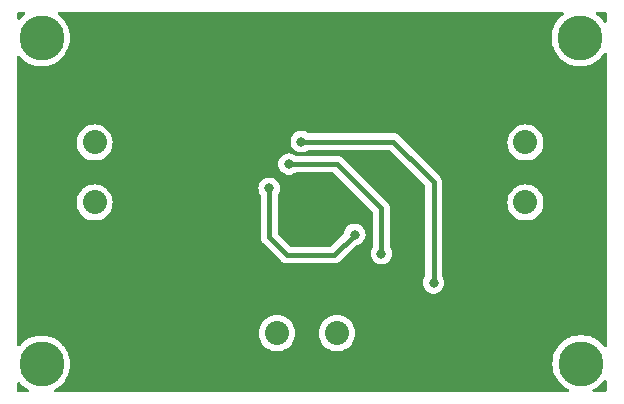
<source format=gbr>
%TF.GenerationSoftware,KiCad,Pcbnew,(6.0.10)*%
%TF.CreationDate,2023-02-03T17:51:54+05:30*%
%TF.ProjectId,protectionCkt,70726f74-6563-4746-996f-6e436b742e6b,rev?*%
%TF.SameCoordinates,Original*%
%TF.FileFunction,Copper,L2,Bot*%
%TF.FilePolarity,Positive*%
%FSLAX46Y46*%
G04 Gerber Fmt 4.6, Leading zero omitted, Abs format (unit mm)*
G04 Created by KiCad (PCBNEW (6.0.10)) date 2023-02-03 17:51:54*
%MOMM*%
%LPD*%
G01*
G04 APERTURE LIST*
%TA.AperFunction,ComponentPad*%
%ADD10C,3.800000*%
%TD*%
%TA.AperFunction,ComponentPad*%
%ADD11C,2.032000*%
%TD*%
%TA.AperFunction,ViaPad*%
%ADD12C,0.800000*%
%TD*%
%TA.AperFunction,Conductor*%
%ADD13C,0.400000*%
%TD*%
G04 APERTURE END LIST*
D10*
%TO.P,REF\u002A\u002A,1*%
%TO.N,N/C*%
X114300000Y-76200000D03*
%TD*%
D11*
%TO.P,U1,1,1*%
%TO.N,VCC*%
X118795800Y-85064600D03*
%TO.P,U1,2,2*%
%TO.N,GND*%
X118795800Y-90144600D03*
%TD*%
%TO.P,U2,1,1*%
%TO.N,Net-(U2-Pad1)*%
X134239000Y-101219000D03*
%TO.P,U2,2,2*%
%TO.N,Net-(U4-Pad1)*%
X139319000Y-101219000D03*
%TD*%
D10*
%TO.P,REF\u002A\u002A,1*%
%TO.N,N/C*%
X159969200Y-103784400D03*
%TD*%
D11*
%TO.P,U5,1,1*%
%TO.N,Net-(C1-Pad2)*%
X155270200Y-85064600D03*
%TO.P,U5,2,2*%
%TO.N,GND*%
X155270200Y-90144600D03*
%TD*%
D10*
%TO.P,REF\u002A\u002A,1*%
%TO.N,N/C*%
X114300000Y-103835200D03*
%TD*%
%TO.P,REF\u002A\u002A,1*%
%TO.N,N/C*%
X159893000Y-76200000D03*
%TD*%
D12*
%TO.N,Net-(U2-Pad1)*%
X143078200Y-94488000D03*
X135255000Y-86893400D03*
%TO.N,Net-(U4-Pad1)*%
X147497800Y-96951800D03*
X136296400Y-84988400D03*
%TO.N,Net-(U3-Pad3)*%
X133578600Y-88950800D03*
X140817600Y-92862400D03*
%TD*%
D13*
%TO.N,Net-(U2-Pad1)*%
X139293600Y-86893400D02*
X143027400Y-90627200D01*
X143078200Y-90678000D02*
X143078200Y-94488000D01*
X143027400Y-90627200D02*
X143078200Y-90678000D01*
X135255000Y-86893400D02*
X139293600Y-86893400D01*
%TO.N,Net-(U4-Pad1)*%
X147497800Y-88417400D02*
X147497800Y-96951800D01*
X144068800Y-84988400D02*
X146812000Y-87731600D01*
X136296400Y-84988400D02*
X144068800Y-84988400D01*
X146812000Y-87731600D02*
X147497800Y-88417400D01*
%TO.N,Net-(U3-Pad3)*%
X135077200Y-94589600D02*
X133578600Y-93091000D01*
X133578600Y-93091000D02*
X133578600Y-88950800D01*
X140817600Y-92862400D02*
X139090400Y-94589600D01*
X139090400Y-94589600D02*
X135077200Y-94589600D01*
%TD*%
%TA.AperFunction,NonConductor*%
G36*
X112888629Y-74036102D02*
G01*
X112935122Y-74089758D01*
X112945226Y-74160032D01*
X112915732Y-74224612D01*
X112894569Y-74244036D01*
X112761729Y-74340550D01*
X112540808Y-74548008D01*
X112538284Y-74551059D01*
X112466185Y-74638212D01*
X112407351Y-74677951D01*
X112336373Y-74679573D01*
X112275786Y-74642564D01*
X112244825Y-74578673D01*
X112243100Y-74557897D01*
X112243100Y-74142100D01*
X112263102Y-74073979D01*
X112316758Y-74027486D01*
X112369100Y-74016100D01*
X112820508Y-74016100D01*
X112888629Y-74036102D01*
G37*
%TD.AperFunction*%
%TA.AperFunction,NonConductor*%
G36*
X162095221Y-74036102D02*
G01*
X162141714Y-74089758D01*
X162153100Y-74142100D01*
X162153100Y-74832730D01*
X162133098Y-74900851D01*
X162079442Y-74947344D01*
X162009168Y-74957448D01*
X161944588Y-74927954D01*
X161920715Y-74900244D01*
X161847492Y-74784864D01*
X161845370Y-74781520D01*
X161652192Y-74548008D01*
X161431271Y-74340550D01*
X161298431Y-74244036D01*
X161255077Y-74187814D01*
X161249002Y-74117078D01*
X161282133Y-74054286D01*
X161343953Y-74019374D01*
X161372492Y-74016100D01*
X162027100Y-74016100D01*
X162095221Y-74036102D01*
G37*
%TD.AperFunction*%
%TA.AperFunction,NonConductor*%
G36*
X162114912Y-105181211D02*
G01*
X162149825Y-105243030D01*
X162153100Y-105271571D01*
X162153100Y-106070900D01*
X162133098Y-106139021D01*
X162079442Y-106185514D01*
X162027100Y-106196900D01*
X161071059Y-106196900D01*
X161002938Y-106176898D01*
X160956445Y-106123242D01*
X160946341Y-106052968D01*
X160975835Y-105988388D01*
X161010358Y-105960486D01*
X161258818Y-105823893D01*
X161258821Y-105823891D01*
X161262290Y-105821984D01*
X161507471Y-105643850D01*
X161728392Y-105436392D01*
X161921570Y-105202880D01*
X161923696Y-105199529D01*
X161925162Y-105197512D01*
X161981384Y-105154157D01*
X162052120Y-105148080D01*
X162114912Y-105181211D01*
G37*
%TD.AperFunction*%
%TA.AperFunction,NonConductor*%
G36*
X158481629Y-74036102D02*
G01*
X158528122Y-74089758D01*
X158538226Y-74160032D01*
X158508732Y-74224612D01*
X158487569Y-74244036D01*
X158354729Y-74340550D01*
X158133808Y-74548008D01*
X157940630Y-74781520D01*
X157778242Y-75037402D01*
X157649206Y-75311619D01*
X157555555Y-75599846D01*
X157498767Y-75897538D01*
X157479738Y-76200000D01*
X157498767Y-76502462D01*
X157555555Y-76800154D01*
X157649206Y-77088381D01*
X157778242Y-77362598D01*
X157940630Y-77618480D01*
X158133808Y-77851992D01*
X158354729Y-78059450D01*
X158599910Y-78237584D01*
X158865483Y-78383585D01*
X158869152Y-78385038D01*
X158869157Y-78385040D01*
X159143591Y-78493696D01*
X159147261Y-78495149D01*
X159440800Y-78570516D01*
X159741470Y-78608500D01*
X160044530Y-78608500D01*
X160345200Y-78570516D01*
X160638739Y-78495149D01*
X160642409Y-78493696D01*
X160916843Y-78385040D01*
X160916848Y-78385038D01*
X160920517Y-78383585D01*
X161186090Y-78237584D01*
X161431271Y-78059450D01*
X161652192Y-77851992D01*
X161845370Y-77618480D01*
X161920715Y-77499756D01*
X161974104Y-77452957D01*
X162044319Y-77442452D01*
X162109067Y-77471576D01*
X162147791Y-77531082D01*
X162153100Y-77567270D01*
X162153100Y-102297229D01*
X162133098Y-102365350D01*
X162079442Y-102411843D01*
X162009168Y-102421947D01*
X161944588Y-102392453D01*
X161925162Y-102371288D01*
X161923692Y-102369264D01*
X161921570Y-102365920D01*
X161728392Y-102132408D01*
X161507471Y-101924950D01*
X161497179Y-101917472D01*
X161332210Y-101797616D01*
X161262290Y-101746816D01*
X161089122Y-101651615D01*
X161000186Y-101602722D01*
X161000185Y-101602721D01*
X160996717Y-101600815D01*
X160993048Y-101599362D01*
X160993043Y-101599360D01*
X160718609Y-101490704D01*
X160718608Y-101490704D01*
X160714939Y-101489251D01*
X160421400Y-101413884D01*
X160120730Y-101375900D01*
X159817670Y-101375900D01*
X159517000Y-101413884D01*
X159223461Y-101489251D01*
X159219792Y-101490704D01*
X159219791Y-101490704D01*
X158945357Y-101599360D01*
X158945352Y-101599362D01*
X158941683Y-101600815D01*
X158938215Y-101602721D01*
X158938214Y-101602722D01*
X158849279Y-101651615D01*
X158676110Y-101746816D01*
X158606190Y-101797616D01*
X158441222Y-101917472D01*
X158430929Y-101924950D01*
X158210008Y-102132408D01*
X158016830Y-102365920D01*
X157854442Y-102621802D01*
X157725406Y-102896019D01*
X157631755Y-103184246D01*
X157574967Y-103481938D01*
X157555938Y-103784400D01*
X157574967Y-104086862D01*
X157631755Y-104384554D01*
X157725406Y-104672781D01*
X157727093Y-104676367D01*
X157727095Y-104676371D01*
X157751000Y-104727171D01*
X157854442Y-104946998D01*
X158016830Y-105202880D01*
X158210008Y-105436392D01*
X158430929Y-105643850D01*
X158676110Y-105821984D01*
X158679579Y-105823891D01*
X158679582Y-105823893D01*
X158928042Y-105960486D01*
X158978101Y-106010831D01*
X158992994Y-106080248D01*
X158967993Y-106146697D01*
X158911036Y-106189081D01*
X158867341Y-106196900D01*
X115494263Y-106196900D01*
X115426142Y-106176898D01*
X115379649Y-106123242D01*
X115369545Y-106052968D01*
X115399039Y-105988388D01*
X115433562Y-105960486D01*
X115589618Y-105874693D01*
X115589621Y-105874691D01*
X115593090Y-105872784D01*
X115838271Y-105694650D01*
X116059192Y-105487192D01*
X116193930Y-105324321D01*
X116249848Y-105256729D01*
X116249851Y-105256725D01*
X116252370Y-105253680D01*
X116414758Y-104997798D01*
X116543794Y-104723581D01*
X116637445Y-104435354D01*
X116694233Y-104137662D01*
X116713262Y-103835200D01*
X116694233Y-103532738D01*
X116637445Y-103235046D01*
X116543794Y-102946819D01*
X116519890Y-102896019D01*
X116450338Y-102748214D01*
X116414758Y-102672602D01*
X116252370Y-102416720D01*
X116248336Y-102411843D01*
X116153518Y-102297229D01*
X116059192Y-102183208D01*
X115838271Y-101975750D01*
X115593090Y-101797616D01*
X115497214Y-101744907D01*
X115330986Y-101653522D01*
X115330985Y-101653521D01*
X115327517Y-101651615D01*
X115323848Y-101650162D01*
X115323843Y-101650160D01*
X115049409Y-101541504D01*
X115049408Y-101541504D01*
X115045739Y-101540051D01*
X114752200Y-101464684D01*
X114451530Y-101426700D01*
X114148470Y-101426700D01*
X113847800Y-101464684D01*
X113554261Y-101540051D01*
X113550592Y-101541504D01*
X113550591Y-101541504D01*
X113276157Y-101650160D01*
X113276152Y-101650162D01*
X113272483Y-101651615D01*
X113269015Y-101653521D01*
X113269014Y-101653522D01*
X113102787Y-101744907D01*
X113006910Y-101797616D01*
X112761729Y-101975750D01*
X112540808Y-102183208D01*
X112538284Y-102186259D01*
X112466185Y-102273412D01*
X112407351Y-102313151D01*
X112336373Y-102314773D01*
X112275786Y-102277764D01*
X112244825Y-102213873D01*
X112243100Y-102193097D01*
X112243100Y-101219000D01*
X132709786Y-101219000D01*
X132728613Y-101458222D01*
X132729767Y-101463029D01*
X132729768Y-101463035D01*
X132736062Y-101489251D01*
X132784631Y-101691553D01*
X132786524Y-101696124D01*
X132786525Y-101696126D01*
X132807522Y-101746816D01*
X132876460Y-101913249D01*
X133001840Y-102117849D01*
X133157682Y-102300318D01*
X133161444Y-102303531D01*
X133230915Y-102362864D01*
X133340151Y-102456160D01*
X133544751Y-102581540D01*
X133549321Y-102583433D01*
X133549323Y-102583434D01*
X133761874Y-102671475D01*
X133766447Y-102673369D01*
X133848037Y-102692957D01*
X133994965Y-102728232D01*
X133994971Y-102728233D01*
X133999778Y-102729387D01*
X134239000Y-102748214D01*
X134478222Y-102729387D01*
X134483029Y-102728233D01*
X134483035Y-102728232D01*
X134629963Y-102692957D01*
X134711553Y-102673369D01*
X134716126Y-102671475D01*
X134928677Y-102583434D01*
X134928679Y-102583433D01*
X134933249Y-102581540D01*
X135137849Y-102456160D01*
X135247086Y-102362864D01*
X135316556Y-102303531D01*
X135320318Y-102300318D01*
X135476160Y-102117849D01*
X135601540Y-101913249D01*
X135670479Y-101746816D01*
X135691475Y-101696126D01*
X135691476Y-101696124D01*
X135693369Y-101691553D01*
X135741938Y-101489251D01*
X135748232Y-101463035D01*
X135748233Y-101463029D01*
X135749387Y-101458222D01*
X135768214Y-101219000D01*
X137789786Y-101219000D01*
X137808613Y-101458222D01*
X137809767Y-101463029D01*
X137809768Y-101463035D01*
X137816062Y-101489251D01*
X137864631Y-101691553D01*
X137866524Y-101696124D01*
X137866525Y-101696126D01*
X137887522Y-101746816D01*
X137956460Y-101913249D01*
X138081840Y-102117849D01*
X138237682Y-102300318D01*
X138241444Y-102303531D01*
X138310915Y-102362864D01*
X138420151Y-102456160D01*
X138624751Y-102581540D01*
X138629321Y-102583433D01*
X138629323Y-102583434D01*
X138841874Y-102671475D01*
X138846447Y-102673369D01*
X138928037Y-102692957D01*
X139074965Y-102728232D01*
X139074971Y-102728233D01*
X139079778Y-102729387D01*
X139319000Y-102748214D01*
X139558222Y-102729387D01*
X139563029Y-102728233D01*
X139563035Y-102728232D01*
X139709963Y-102692957D01*
X139791553Y-102673369D01*
X139796126Y-102671475D01*
X140008677Y-102583434D01*
X140008679Y-102583433D01*
X140013249Y-102581540D01*
X140217849Y-102456160D01*
X140327086Y-102362864D01*
X140396556Y-102303531D01*
X140400318Y-102300318D01*
X140556160Y-102117849D01*
X140681540Y-101913249D01*
X140750479Y-101746816D01*
X140771475Y-101696126D01*
X140771476Y-101696124D01*
X140773369Y-101691553D01*
X140821938Y-101489251D01*
X140828232Y-101463035D01*
X140828233Y-101463029D01*
X140829387Y-101458222D01*
X140848214Y-101219000D01*
X140829387Y-100979778D01*
X140828233Y-100974971D01*
X140828232Y-100974965D01*
X140774524Y-100751259D01*
X140773369Y-100746447D01*
X140681540Y-100524751D01*
X140556160Y-100320151D01*
X140400318Y-100137682D01*
X140217849Y-99981840D01*
X140013249Y-99856460D01*
X140008679Y-99854567D01*
X140008677Y-99854566D01*
X139796126Y-99766525D01*
X139796124Y-99766524D01*
X139791553Y-99764631D01*
X139709963Y-99745043D01*
X139563035Y-99709768D01*
X139563029Y-99709767D01*
X139558222Y-99708613D01*
X139319000Y-99689786D01*
X139079778Y-99708613D01*
X139074971Y-99709767D01*
X139074965Y-99709768D01*
X138928037Y-99745043D01*
X138846447Y-99764631D01*
X138841876Y-99766524D01*
X138841874Y-99766525D01*
X138629323Y-99854566D01*
X138629321Y-99854567D01*
X138624751Y-99856460D01*
X138420151Y-99981840D01*
X138237682Y-100137682D01*
X138081840Y-100320151D01*
X137956460Y-100524751D01*
X137864631Y-100746447D01*
X137863476Y-100751259D01*
X137809768Y-100974965D01*
X137809767Y-100974971D01*
X137808613Y-100979778D01*
X137789786Y-101219000D01*
X135768214Y-101219000D01*
X135749387Y-100979778D01*
X135748233Y-100974971D01*
X135748232Y-100974965D01*
X135694524Y-100751259D01*
X135693369Y-100746447D01*
X135601540Y-100524751D01*
X135476160Y-100320151D01*
X135320318Y-100137682D01*
X135137849Y-99981840D01*
X134933249Y-99856460D01*
X134928679Y-99854567D01*
X134928677Y-99854566D01*
X134716126Y-99766525D01*
X134716124Y-99766524D01*
X134711553Y-99764631D01*
X134629963Y-99745043D01*
X134483035Y-99709768D01*
X134483029Y-99709767D01*
X134478222Y-99708613D01*
X134239000Y-99689786D01*
X133999778Y-99708613D01*
X133994971Y-99709767D01*
X133994965Y-99709768D01*
X133848037Y-99745043D01*
X133766447Y-99764631D01*
X133761876Y-99766524D01*
X133761874Y-99766525D01*
X133549323Y-99854566D01*
X133549321Y-99854567D01*
X133544751Y-99856460D01*
X133340151Y-99981840D01*
X133157682Y-100137682D01*
X133001840Y-100320151D01*
X132876460Y-100524751D01*
X132784631Y-100746447D01*
X132783476Y-100751259D01*
X132729768Y-100974965D01*
X132729767Y-100974971D01*
X132728613Y-100979778D01*
X132709786Y-101219000D01*
X112243100Y-101219000D01*
X112243100Y-90144600D01*
X117266586Y-90144600D01*
X117285413Y-90383822D01*
X117286567Y-90388629D01*
X117286568Y-90388635D01*
X117310954Y-90490207D01*
X117341431Y-90617153D01*
X117433260Y-90838849D01*
X117558640Y-91043449D01*
X117714482Y-91225918D01*
X117896951Y-91381760D01*
X118101551Y-91507140D01*
X118106121Y-91509033D01*
X118106123Y-91509034D01*
X118318674Y-91597075D01*
X118323247Y-91598969D01*
X118404837Y-91618557D01*
X118551765Y-91653832D01*
X118551771Y-91653833D01*
X118556578Y-91654987D01*
X118795800Y-91673814D01*
X119035022Y-91654987D01*
X119039829Y-91653833D01*
X119039835Y-91653832D01*
X119186763Y-91618557D01*
X119268353Y-91598969D01*
X119272926Y-91597075D01*
X119485477Y-91509034D01*
X119485479Y-91509033D01*
X119490049Y-91507140D01*
X119694649Y-91381760D01*
X119877118Y-91225918D01*
X120032960Y-91043449D01*
X120158340Y-90838849D01*
X120250169Y-90617153D01*
X120280646Y-90490207D01*
X120305032Y-90388635D01*
X120305033Y-90388629D01*
X120306187Y-90383822D01*
X120325014Y-90144600D01*
X120306187Y-89905378D01*
X120305033Y-89900571D01*
X120305032Y-89900565D01*
X120251324Y-89676859D01*
X120250169Y-89672047D01*
X120158340Y-89450351D01*
X120032960Y-89245751D01*
X119948625Y-89147006D01*
X119880331Y-89067044D01*
X119877118Y-89063282D01*
X119753104Y-88957365D01*
X119745417Y-88950800D01*
X132665096Y-88950800D01*
X132665786Y-88957365D01*
X132677314Y-89067044D01*
X132685058Y-89140728D01*
X132744073Y-89322356D01*
X132839560Y-89487744D01*
X132843979Y-89492652D01*
X132846036Y-89495483D01*
X132869895Y-89562351D01*
X132870100Y-89569544D01*
X132870100Y-93062088D01*
X132869808Y-93070658D01*
X132865875Y-93128352D01*
X132867180Y-93135829D01*
X132867180Y-93135830D01*
X132876861Y-93191299D01*
X132877823Y-93197821D01*
X132885498Y-93261242D01*
X132888181Y-93268343D01*
X132888822Y-93270952D01*
X132893285Y-93287262D01*
X132894050Y-93289798D01*
X132895357Y-93297284D01*
X132898411Y-93304241D01*
X132921042Y-93355795D01*
X132923533Y-93361899D01*
X132946113Y-93421656D01*
X132950417Y-93427919D01*
X132951654Y-93430285D01*
X132959899Y-93445097D01*
X132961232Y-93447351D01*
X132964285Y-93454305D01*
X132968907Y-93460328D01*
X133003179Y-93504991D01*
X133007059Y-93510332D01*
X133038939Y-93556720D01*
X133038944Y-93556725D01*
X133043243Y-93562981D01*
X133048913Y-93568032D01*
X133048914Y-93568034D01*
X133089770Y-93604435D01*
X133095046Y-93609416D01*
X134555757Y-95070128D01*
X134561611Y-95076393D01*
X134599639Y-95119985D01*
X134651929Y-95156736D01*
X134657171Y-95160628D01*
X134707482Y-95200076D01*
X134714401Y-95203200D01*
X134716693Y-95204588D01*
X134731365Y-95212957D01*
X134733725Y-95214222D01*
X134739939Y-95218590D01*
X134747018Y-95221350D01*
X134747020Y-95221351D01*
X134799475Y-95241802D01*
X134805544Y-95244353D01*
X134863773Y-95270645D01*
X134871246Y-95272030D01*
X134873812Y-95272834D01*
X134890035Y-95277455D01*
X134892627Y-95278120D01*
X134899709Y-95280882D01*
X134907244Y-95281874D01*
X134963061Y-95289222D01*
X134969577Y-95290254D01*
X135007970Y-95297370D01*
X135032386Y-95301895D01*
X135039966Y-95301458D01*
X135039967Y-95301458D01*
X135094580Y-95298309D01*
X135101833Y-95298100D01*
X139061488Y-95298100D01*
X139070058Y-95298392D01*
X139120176Y-95301809D01*
X139120180Y-95301809D01*
X139127752Y-95302325D01*
X139135229Y-95301020D01*
X139135230Y-95301020D01*
X139161708Y-95296399D01*
X139190703Y-95291338D01*
X139197221Y-95290377D01*
X139260642Y-95282702D01*
X139267743Y-95280019D01*
X139270352Y-95279378D01*
X139286662Y-95274915D01*
X139289198Y-95274150D01*
X139296684Y-95272843D01*
X139355200Y-95247156D01*
X139361304Y-95244665D01*
X139413948Y-95224773D01*
X139413949Y-95224772D01*
X139421056Y-95222087D01*
X139427319Y-95217783D01*
X139429685Y-95216546D01*
X139444497Y-95208301D01*
X139446751Y-95206968D01*
X139453705Y-95203915D01*
X139504402Y-95165013D01*
X139509732Y-95161141D01*
X139556120Y-95129261D01*
X139556125Y-95129256D01*
X139562381Y-95124957D01*
X139603836Y-95078429D01*
X139608816Y-95073154D01*
X140884133Y-93797837D01*
X140947031Y-93763685D01*
X140963189Y-93760250D01*
X141099888Y-93731194D01*
X141105919Y-93728509D01*
X141268322Y-93656203D01*
X141268324Y-93656202D01*
X141274352Y-93653518D01*
X141428853Y-93541266D01*
X141515444Y-93445097D01*
X141552221Y-93404252D01*
X141552222Y-93404251D01*
X141556640Y-93399344D01*
X141630767Y-93270952D01*
X141648823Y-93239679D01*
X141648824Y-93239678D01*
X141652127Y-93233956D01*
X141711142Y-93052328D01*
X141731104Y-92862400D01*
X141711142Y-92672472D01*
X141652127Y-92490844D01*
X141556640Y-92325456D01*
X141428853Y-92183534D01*
X141274352Y-92071282D01*
X141268324Y-92068598D01*
X141268322Y-92068597D01*
X141105919Y-91996291D01*
X141105918Y-91996291D01*
X141099888Y-91993606D01*
X141006487Y-91973753D01*
X140919544Y-91955272D01*
X140919539Y-91955272D01*
X140913087Y-91953900D01*
X140722113Y-91953900D01*
X140715661Y-91955272D01*
X140715656Y-91955272D01*
X140628713Y-91973753D01*
X140535312Y-91993606D01*
X140529282Y-91996291D01*
X140529281Y-91996291D01*
X140366878Y-92068597D01*
X140366876Y-92068598D01*
X140360848Y-92071282D01*
X140206347Y-92183534D01*
X140078560Y-92325456D01*
X139983073Y-92490844D01*
X139924058Y-92672472D01*
X139923368Y-92679035D01*
X139923368Y-92679037D01*
X139919150Y-92719169D01*
X139892137Y-92784826D01*
X139882935Y-92795094D01*
X138833835Y-93844195D01*
X138771523Y-93878220D01*
X138744740Y-93881100D01*
X135422860Y-93881100D01*
X135354739Y-93861098D01*
X135333765Y-93844195D01*
X134324005Y-92834435D01*
X134289979Y-92772123D01*
X134287100Y-92745340D01*
X134287100Y-89569544D01*
X134307102Y-89501423D01*
X134311164Y-89495483D01*
X134313221Y-89492652D01*
X134317640Y-89487744D01*
X134413127Y-89322356D01*
X134472142Y-89140728D01*
X134479887Y-89067044D01*
X134491414Y-88957365D01*
X134492104Y-88950800D01*
X134472142Y-88760872D01*
X134413127Y-88579244D01*
X134317640Y-88413856D01*
X134230514Y-88317092D01*
X134194275Y-88276845D01*
X134194274Y-88276844D01*
X134189853Y-88271934D01*
X134035352Y-88159682D01*
X134029324Y-88156998D01*
X134029322Y-88156997D01*
X133866919Y-88084691D01*
X133866918Y-88084691D01*
X133860888Y-88082006D01*
X133767487Y-88062153D01*
X133680544Y-88043672D01*
X133680539Y-88043672D01*
X133674087Y-88042300D01*
X133483113Y-88042300D01*
X133476661Y-88043672D01*
X133476656Y-88043672D01*
X133389712Y-88062153D01*
X133296312Y-88082006D01*
X133290282Y-88084691D01*
X133290281Y-88084691D01*
X133127878Y-88156997D01*
X133127876Y-88156998D01*
X133121848Y-88159682D01*
X132967347Y-88271934D01*
X132962926Y-88276844D01*
X132962925Y-88276845D01*
X132926687Y-88317092D01*
X132839560Y-88413856D01*
X132744073Y-88579244D01*
X132685058Y-88760872D01*
X132665096Y-88950800D01*
X119745417Y-88950800D01*
X119698417Y-88910658D01*
X119698416Y-88910657D01*
X119694649Y-88907440D01*
X119490049Y-88782060D01*
X119485479Y-88780167D01*
X119485477Y-88780166D01*
X119272926Y-88692125D01*
X119272924Y-88692124D01*
X119268353Y-88690231D01*
X119186763Y-88670643D01*
X119039835Y-88635368D01*
X119039829Y-88635367D01*
X119035022Y-88634213D01*
X118795800Y-88615386D01*
X118556578Y-88634213D01*
X118551771Y-88635367D01*
X118551765Y-88635368D01*
X118404837Y-88670643D01*
X118323247Y-88690231D01*
X118318676Y-88692124D01*
X118318674Y-88692125D01*
X118106123Y-88780166D01*
X118106121Y-88780167D01*
X118101551Y-88782060D01*
X117896951Y-88907440D01*
X117893184Y-88910657D01*
X117893183Y-88910658D01*
X117838496Y-88957365D01*
X117714482Y-89063282D01*
X117711269Y-89067044D01*
X117642976Y-89147006D01*
X117558640Y-89245751D01*
X117433260Y-89450351D01*
X117341431Y-89672047D01*
X117340276Y-89676859D01*
X117286568Y-89900565D01*
X117286567Y-89900571D01*
X117285413Y-89905378D01*
X117266586Y-90144600D01*
X112243100Y-90144600D01*
X112243100Y-86893400D01*
X134341496Y-86893400D01*
X134361458Y-87083328D01*
X134420473Y-87264956D01*
X134515960Y-87430344D01*
X134643747Y-87572266D01*
X134798248Y-87684518D01*
X134804276Y-87687202D01*
X134804278Y-87687203D01*
X134966681Y-87759509D01*
X134972712Y-87762194D01*
X135066112Y-87782047D01*
X135153056Y-87800528D01*
X135153061Y-87800528D01*
X135159513Y-87801900D01*
X135350487Y-87801900D01*
X135356939Y-87800528D01*
X135356944Y-87800528D01*
X135443888Y-87782047D01*
X135537288Y-87762194D01*
X135543319Y-87759509D01*
X135705722Y-87687203D01*
X135705724Y-87687202D01*
X135711752Y-87684518D01*
X135792344Y-87625964D01*
X135859211Y-87602106D01*
X135866405Y-87601900D01*
X138947940Y-87601900D01*
X139016061Y-87621902D01*
X139037035Y-87638805D01*
X142332795Y-90934565D01*
X142366821Y-90996877D01*
X142369700Y-91023660D01*
X142369700Y-93869256D01*
X142349698Y-93937377D01*
X142345636Y-93943317D01*
X142343579Y-93946148D01*
X142339160Y-93951056D01*
X142243673Y-94116444D01*
X142184658Y-94298072D01*
X142164696Y-94488000D01*
X142184658Y-94677928D01*
X142243673Y-94859556D01*
X142339160Y-95024944D01*
X142343578Y-95029851D01*
X142343579Y-95029852D01*
X142461346Y-95160646D01*
X142466947Y-95166866D01*
X142538139Y-95218590D01*
X142573607Y-95244359D01*
X142621448Y-95279118D01*
X142627476Y-95281802D01*
X142627478Y-95281803D01*
X142789881Y-95354109D01*
X142795912Y-95356794D01*
X142889313Y-95376647D01*
X142976256Y-95395128D01*
X142976261Y-95395128D01*
X142982713Y-95396500D01*
X143173687Y-95396500D01*
X143180139Y-95395128D01*
X143180144Y-95395128D01*
X143267087Y-95376647D01*
X143360488Y-95356794D01*
X143366519Y-95354109D01*
X143528922Y-95281803D01*
X143528924Y-95281802D01*
X143534952Y-95279118D01*
X143582794Y-95244359D01*
X143618261Y-95218590D01*
X143689453Y-95166866D01*
X143695054Y-95160646D01*
X143812821Y-95029852D01*
X143812822Y-95029851D01*
X143817240Y-95024944D01*
X143912727Y-94859556D01*
X143971742Y-94677928D01*
X143991704Y-94488000D01*
X143971742Y-94298072D01*
X143912727Y-94116444D01*
X143817240Y-93951056D01*
X143812821Y-93946148D01*
X143810764Y-93943317D01*
X143786905Y-93876449D01*
X143786700Y-93869256D01*
X143786700Y-90706912D01*
X143786992Y-90698342D01*
X143790409Y-90648224D01*
X143790409Y-90648220D01*
X143790925Y-90640648D01*
X143779938Y-90577697D01*
X143778976Y-90571175D01*
X143772214Y-90515298D01*
X143771302Y-90507758D01*
X143768619Y-90500657D01*
X143767978Y-90498048D01*
X143763515Y-90481738D01*
X143762750Y-90479202D01*
X143761443Y-90471716D01*
X143735756Y-90413200D01*
X143733265Y-90407096D01*
X143713373Y-90354452D01*
X143713372Y-90354451D01*
X143710687Y-90347344D01*
X143706383Y-90341081D01*
X143705146Y-90338715D01*
X143696901Y-90323903D01*
X143695568Y-90321649D01*
X143692515Y-90314695D01*
X143653613Y-90263998D01*
X143649741Y-90258668D01*
X143617861Y-90212280D01*
X143617856Y-90212275D01*
X143613557Y-90206019D01*
X143567029Y-90164564D01*
X143561754Y-90159584D01*
X143561415Y-90159245D01*
X143561412Y-90159241D01*
X139815050Y-86412880D01*
X139809196Y-86406615D01*
X139808801Y-86406162D01*
X139771161Y-86363015D01*
X139718880Y-86326271D01*
X139713586Y-86322339D01*
X139669293Y-86287609D01*
X139663318Y-86282924D01*
X139656402Y-86279801D01*
X139654116Y-86278417D01*
X139639435Y-86270043D01*
X139637075Y-86268778D01*
X139630861Y-86264410D01*
X139623782Y-86261650D01*
X139623780Y-86261649D01*
X139571325Y-86241198D01*
X139565256Y-86238647D01*
X139507027Y-86212355D01*
X139499560Y-86210971D01*
X139497005Y-86210170D01*
X139480752Y-86205541D01*
X139478172Y-86204878D01*
X139471091Y-86202118D01*
X139463560Y-86201127D01*
X139463558Y-86201126D01*
X139433939Y-86197227D01*
X139407739Y-86193778D01*
X139401241Y-86192748D01*
X139338414Y-86181104D01*
X139330834Y-86181541D01*
X139330833Y-86181541D01*
X139276208Y-86184691D01*
X139268954Y-86184900D01*
X135866405Y-86184900D01*
X135798284Y-86164898D01*
X135792344Y-86160836D01*
X135717094Y-86106163D01*
X135717093Y-86106162D01*
X135711752Y-86102282D01*
X135705724Y-86099598D01*
X135705722Y-86099597D01*
X135543319Y-86027291D01*
X135543318Y-86027291D01*
X135537288Y-86024606D01*
X135443888Y-86004753D01*
X135356944Y-85986272D01*
X135356939Y-85986272D01*
X135350487Y-85984900D01*
X135159513Y-85984900D01*
X135153061Y-85986272D01*
X135153056Y-85986272D01*
X135066113Y-86004753D01*
X134972712Y-86024606D01*
X134966682Y-86027291D01*
X134966681Y-86027291D01*
X134804278Y-86099597D01*
X134804276Y-86099598D01*
X134798248Y-86102282D01*
X134643747Y-86214534D01*
X134639326Y-86219444D01*
X134639325Y-86219445D01*
X134586227Y-86278417D01*
X134515960Y-86356456D01*
X134420473Y-86521844D01*
X134361458Y-86703472D01*
X134341496Y-86893400D01*
X112243100Y-86893400D01*
X112243100Y-85064600D01*
X117266586Y-85064600D01*
X117285413Y-85303822D01*
X117286567Y-85308629D01*
X117286568Y-85308635D01*
X117321843Y-85455563D01*
X117341431Y-85537153D01*
X117343324Y-85541724D01*
X117343325Y-85541726D01*
X117417568Y-85720964D01*
X117433260Y-85758849D01*
X117558640Y-85963449D01*
X117561857Y-85967216D01*
X117561858Y-85967217D01*
X117609701Y-86023234D01*
X117714482Y-86145918D01*
X117718244Y-86149131D01*
X117869620Y-86278417D01*
X117896951Y-86301760D01*
X118101551Y-86427140D01*
X118106121Y-86429033D01*
X118106123Y-86429034D01*
X118316371Y-86516121D01*
X118323247Y-86518969D01*
X118404837Y-86538557D01*
X118551765Y-86573832D01*
X118551771Y-86573833D01*
X118556578Y-86574987D01*
X118795800Y-86593814D01*
X119035022Y-86574987D01*
X119039829Y-86573833D01*
X119039835Y-86573832D01*
X119186763Y-86538557D01*
X119268353Y-86518969D01*
X119275229Y-86516121D01*
X119485477Y-86429034D01*
X119485479Y-86429033D01*
X119490049Y-86427140D01*
X119694649Y-86301760D01*
X119721981Y-86278417D01*
X119873356Y-86149131D01*
X119877118Y-86145918D01*
X119981899Y-86023234D01*
X120029742Y-85967217D01*
X120029743Y-85967216D01*
X120032960Y-85963449D01*
X120158340Y-85758849D01*
X120174033Y-85720964D01*
X120248275Y-85541726D01*
X120248276Y-85541724D01*
X120250169Y-85537153D01*
X120269757Y-85455563D01*
X120305032Y-85308635D01*
X120305033Y-85308629D01*
X120306187Y-85303822D01*
X120325014Y-85064600D01*
X120319017Y-84988400D01*
X135382896Y-84988400D01*
X135402858Y-85178328D01*
X135461873Y-85359956D01*
X135557360Y-85525344D01*
X135685147Y-85667266D01*
X135839648Y-85779518D01*
X135845676Y-85782202D01*
X135845678Y-85782203D01*
X136008081Y-85854509D01*
X136014112Y-85857194D01*
X136107512Y-85877047D01*
X136194456Y-85895528D01*
X136194461Y-85895528D01*
X136200913Y-85896900D01*
X136391887Y-85896900D01*
X136398339Y-85895528D01*
X136398344Y-85895528D01*
X136485288Y-85877047D01*
X136578688Y-85857194D01*
X136584719Y-85854509D01*
X136747122Y-85782203D01*
X136747124Y-85782202D01*
X136753152Y-85779518D01*
X136833744Y-85720964D01*
X136900611Y-85697106D01*
X136907805Y-85696900D01*
X143723140Y-85696900D01*
X143791261Y-85716902D01*
X143812235Y-85733805D01*
X146752395Y-88673965D01*
X146786421Y-88736277D01*
X146789300Y-88763060D01*
X146789300Y-96333056D01*
X146769298Y-96401177D01*
X146765236Y-96407117D01*
X146763179Y-96409948D01*
X146758760Y-96414856D01*
X146663273Y-96580244D01*
X146604258Y-96761872D01*
X146584296Y-96951800D01*
X146604258Y-97141728D01*
X146663273Y-97323356D01*
X146758760Y-97488744D01*
X146886547Y-97630666D01*
X147041048Y-97742918D01*
X147047076Y-97745602D01*
X147047078Y-97745603D01*
X147209481Y-97817909D01*
X147215512Y-97820594D01*
X147308912Y-97840447D01*
X147395856Y-97858928D01*
X147395861Y-97858928D01*
X147402313Y-97860300D01*
X147593287Y-97860300D01*
X147599739Y-97858928D01*
X147599744Y-97858928D01*
X147686687Y-97840447D01*
X147780088Y-97820594D01*
X147786119Y-97817909D01*
X147948522Y-97745603D01*
X147948524Y-97745602D01*
X147954552Y-97742918D01*
X148109053Y-97630666D01*
X148236840Y-97488744D01*
X148332327Y-97323356D01*
X148391342Y-97141728D01*
X148411304Y-96951800D01*
X148391342Y-96761872D01*
X148332327Y-96580244D01*
X148236840Y-96414856D01*
X148232421Y-96409948D01*
X148230364Y-96407117D01*
X148206505Y-96340249D01*
X148206300Y-96333056D01*
X148206300Y-90144600D01*
X153740986Y-90144600D01*
X153759813Y-90383822D01*
X153760967Y-90388629D01*
X153760968Y-90388635D01*
X153785354Y-90490207D01*
X153815831Y-90617153D01*
X153907660Y-90838849D01*
X154033040Y-91043449D01*
X154188882Y-91225918D01*
X154371351Y-91381760D01*
X154575951Y-91507140D01*
X154580521Y-91509033D01*
X154580523Y-91509034D01*
X154793074Y-91597075D01*
X154797647Y-91598969D01*
X154879237Y-91618557D01*
X155026165Y-91653832D01*
X155026171Y-91653833D01*
X155030978Y-91654987D01*
X155270200Y-91673814D01*
X155509422Y-91654987D01*
X155514229Y-91653833D01*
X155514235Y-91653832D01*
X155661163Y-91618557D01*
X155742753Y-91598969D01*
X155747326Y-91597075D01*
X155959877Y-91509034D01*
X155959879Y-91509033D01*
X155964449Y-91507140D01*
X156169049Y-91381760D01*
X156351518Y-91225918D01*
X156507360Y-91043449D01*
X156632740Y-90838849D01*
X156724569Y-90617153D01*
X156755046Y-90490207D01*
X156779432Y-90388635D01*
X156779433Y-90388629D01*
X156780587Y-90383822D01*
X156799414Y-90144600D01*
X156780587Y-89905378D01*
X156779433Y-89900571D01*
X156779432Y-89900565D01*
X156725724Y-89676859D01*
X156724569Y-89672047D01*
X156632740Y-89450351D01*
X156507360Y-89245751D01*
X156423025Y-89147006D01*
X156354731Y-89067044D01*
X156351518Y-89063282D01*
X156227504Y-88957365D01*
X156172817Y-88910658D01*
X156172816Y-88910657D01*
X156169049Y-88907440D01*
X155964449Y-88782060D01*
X155959879Y-88780167D01*
X155959877Y-88780166D01*
X155747326Y-88692125D01*
X155747324Y-88692124D01*
X155742753Y-88690231D01*
X155661163Y-88670643D01*
X155514235Y-88635368D01*
X155514229Y-88635367D01*
X155509422Y-88634213D01*
X155270200Y-88615386D01*
X155030978Y-88634213D01*
X155026171Y-88635367D01*
X155026165Y-88635368D01*
X154879237Y-88670643D01*
X154797647Y-88690231D01*
X154793076Y-88692124D01*
X154793074Y-88692125D01*
X154580523Y-88780166D01*
X154580521Y-88780167D01*
X154575951Y-88782060D01*
X154371351Y-88907440D01*
X154367584Y-88910657D01*
X154367583Y-88910658D01*
X154312896Y-88957365D01*
X154188882Y-89063282D01*
X154185669Y-89067044D01*
X154117376Y-89147006D01*
X154033040Y-89245751D01*
X153907660Y-89450351D01*
X153815831Y-89672047D01*
X153814676Y-89676859D01*
X153760968Y-89900565D01*
X153760967Y-89900571D01*
X153759813Y-89905378D01*
X153740986Y-90144600D01*
X148206300Y-90144600D01*
X148206300Y-88446327D01*
X148206592Y-88437758D01*
X148210010Y-88387625D01*
X148210010Y-88387621D01*
X148210526Y-88380048D01*
X148199536Y-88317081D01*
X148198575Y-88310565D01*
X148190902Y-88247158D01*
X148188219Y-88240057D01*
X148187578Y-88237448D01*
X148183113Y-88221128D01*
X148182348Y-88218595D01*
X148181043Y-88211117D01*
X148155352Y-88152590D01*
X148152867Y-88146502D01*
X148132972Y-88093849D01*
X148132971Y-88093847D01*
X148130287Y-88086744D01*
X148125986Y-88080485D01*
X148124749Y-88078120D01*
X148116527Y-88063348D01*
X148115172Y-88061056D01*
X148112116Y-88054095D01*
X148107491Y-88048068D01*
X148107489Y-88048064D01*
X148073207Y-88003387D01*
X148069329Y-87998050D01*
X148037459Y-87951678D01*
X148037458Y-87951677D01*
X148033157Y-87945419D01*
X147986647Y-87903980D01*
X147981371Y-87899000D01*
X147346015Y-87263645D01*
X147346012Y-87263641D01*
X145146970Y-85064600D01*
X153740986Y-85064600D01*
X153759813Y-85303822D01*
X153760967Y-85308629D01*
X153760968Y-85308635D01*
X153796243Y-85455563D01*
X153815831Y-85537153D01*
X153817724Y-85541724D01*
X153817725Y-85541726D01*
X153891968Y-85720964D01*
X153907660Y-85758849D01*
X154033040Y-85963449D01*
X154036257Y-85967216D01*
X154036258Y-85967217D01*
X154084101Y-86023234D01*
X154188882Y-86145918D01*
X154192644Y-86149131D01*
X154344020Y-86278417D01*
X154371351Y-86301760D01*
X154575951Y-86427140D01*
X154580521Y-86429033D01*
X154580523Y-86429034D01*
X154790771Y-86516121D01*
X154797647Y-86518969D01*
X154879237Y-86538557D01*
X155026165Y-86573832D01*
X155026171Y-86573833D01*
X155030978Y-86574987D01*
X155270200Y-86593814D01*
X155509422Y-86574987D01*
X155514229Y-86573833D01*
X155514235Y-86573832D01*
X155661163Y-86538557D01*
X155742753Y-86518969D01*
X155749629Y-86516121D01*
X155959877Y-86429034D01*
X155959879Y-86429033D01*
X155964449Y-86427140D01*
X156169049Y-86301760D01*
X156196381Y-86278417D01*
X156347756Y-86149131D01*
X156351518Y-86145918D01*
X156456299Y-86023234D01*
X156504142Y-85967217D01*
X156504143Y-85967216D01*
X156507360Y-85963449D01*
X156632740Y-85758849D01*
X156648433Y-85720964D01*
X156722675Y-85541726D01*
X156722676Y-85541724D01*
X156724569Y-85537153D01*
X156744157Y-85455563D01*
X156779432Y-85308635D01*
X156779433Y-85308629D01*
X156780587Y-85303822D01*
X156799414Y-85064600D01*
X156780587Y-84825378D01*
X156779433Y-84820571D01*
X156779432Y-84820565D01*
X156725724Y-84596859D01*
X156724569Y-84592047D01*
X156689703Y-84507873D01*
X156634634Y-84374923D01*
X156634633Y-84374921D01*
X156632740Y-84370351D01*
X156507360Y-84165751D01*
X156351518Y-83983282D01*
X156169049Y-83827440D01*
X155964449Y-83702060D01*
X155959879Y-83700167D01*
X155959877Y-83700166D01*
X155747326Y-83612125D01*
X155747324Y-83612124D01*
X155742753Y-83610231D01*
X155661163Y-83590643D01*
X155514235Y-83555368D01*
X155514229Y-83555367D01*
X155509422Y-83554213D01*
X155270200Y-83535386D01*
X155030978Y-83554213D01*
X155026171Y-83555367D01*
X155026165Y-83555368D01*
X154879237Y-83590643D01*
X154797647Y-83610231D01*
X154793076Y-83612124D01*
X154793074Y-83612125D01*
X154580523Y-83700166D01*
X154580521Y-83700167D01*
X154575951Y-83702060D01*
X154371351Y-83827440D01*
X154188882Y-83983282D01*
X154033040Y-84165751D01*
X153907660Y-84370351D01*
X153905767Y-84374921D01*
X153905766Y-84374923D01*
X153850697Y-84507873D01*
X153815831Y-84592047D01*
X153814676Y-84596859D01*
X153760968Y-84820565D01*
X153760967Y-84820571D01*
X153759813Y-84825378D01*
X153740986Y-85064600D01*
X145146970Y-85064600D01*
X144590228Y-84507858D01*
X144584388Y-84501606D01*
X144551356Y-84463740D01*
X144551353Y-84463737D01*
X144546361Y-84458015D01*
X144494080Y-84421271D01*
X144488786Y-84417339D01*
X144444493Y-84382609D01*
X144438518Y-84377924D01*
X144431602Y-84374801D01*
X144429316Y-84373417D01*
X144414635Y-84365043D01*
X144412275Y-84363778D01*
X144406061Y-84359410D01*
X144398982Y-84356650D01*
X144398980Y-84356649D01*
X144346525Y-84336198D01*
X144340456Y-84333647D01*
X144282227Y-84307355D01*
X144274760Y-84305971D01*
X144272205Y-84305170D01*
X144255952Y-84300541D01*
X144253372Y-84299878D01*
X144246291Y-84297118D01*
X144238760Y-84296127D01*
X144238758Y-84296126D01*
X144209139Y-84292227D01*
X144182939Y-84288778D01*
X144176441Y-84287748D01*
X144113614Y-84276104D01*
X144106034Y-84276541D01*
X144106033Y-84276541D01*
X144051408Y-84279691D01*
X144044154Y-84279900D01*
X136907805Y-84279900D01*
X136839684Y-84259898D01*
X136833744Y-84255836D01*
X136758494Y-84201163D01*
X136758493Y-84201162D01*
X136753152Y-84197282D01*
X136747124Y-84194598D01*
X136747122Y-84194597D01*
X136584719Y-84122291D01*
X136584718Y-84122291D01*
X136578688Y-84119606D01*
X136485288Y-84099753D01*
X136398344Y-84081272D01*
X136398339Y-84081272D01*
X136391887Y-84079900D01*
X136200913Y-84079900D01*
X136194461Y-84081272D01*
X136194456Y-84081272D01*
X136107512Y-84099753D01*
X136014112Y-84119606D01*
X136008082Y-84122291D01*
X136008081Y-84122291D01*
X135845678Y-84194597D01*
X135845676Y-84194598D01*
X135839648Y-84197282D01*
X135685147Y-84309534D01*
X135680726Y-84314444D01*
X135680725Y-84314445D01*
X135626271Y-84374923D01*
X135557360Y-84451456D01*
X135554059Y-84457174D01*
X135476190Y-84592047D01*
X135461873Y-84616844D01*
X135402858Y-84798472D01*
X135402168Y-84805033D01*
X135402168Y-84805035D01*
X135383586Y-84981835D01*
X135382896Y-84988400D01*
X120319017Y-84988400D01*
X120306187Y-84825378D01*
X120305033Y-84820571D01*
X120305032Y-84820565D01*
X120251324Y-84596859D01*
X120250169Y-84592047D01*
X120215303Y-84507873D01*
X120160234Y-84374923D01*
X120160233Y-84374921D01*
X120158340Y-84370351D01*
X120032960Y-84165751D01*
X119877118Y-83983282D01*
X119694649Y-83827440D01*
X119490049Y-83702060D01*
X119485479Y-83700167D01*
X119485477Y-83700166D01*
X119272926Y-83612125D01*
X119272924Y-83612124D01*
X119268353Y-83610231D01*
X119186763Y-83590643D01*
X119039835Y-83555368D01*
X119039829Y-83555367D01*
X119035022Y-83554213D01*
X118795800Y-83535386D01*
X118556578Y-83554213D01*
X118551771Y-83555367D01*
X118551765Y-83555368D01*
X118404837Y-83590643D01*
X118323247Y-83610231D01*
X118318676Y-83612124D01*
X118318674Y-83612125D01*
X118106123Y-83700166D01*
X118106121Y-83700167D01*
X118101551Y-83702060D01*
X117896951Y-83827440D01*
X117714482Y-83983282D01*
X117558640Y-84165751D01*
X117433260Y-84370351D01*
X117431367Y-84374921D01*
X117431366Y-84374923D01*
X117376297Y-84507873D01*
X117341431Y-84592047D01*
X117340276Y-84596859D01*
X117286568Y-84820565D01*
X117286567Y-84820571D01*
X117285413Y-84825378D01*
X117266586Y-85064600D01*
X112243100Y-85064600D01*
X112243100Y-77842103D01*
X112263102Y-77773982D01*
X112316758Y-77727489D01*
X112387032Y-77717385D01*
X112451612Y-77746879D01*
X112466183Y-77761786D01*
X112540808Y-77851992D01*
X112761729Y-78059450D01*
X113006910Y-78237584D01*
X113272483Y-78383585D01*
X113276152Y-78385038D01*
X113276157Y-78385040D01*
X113550591Y-78493696D01*
X113554261Y-78495149D01*
X113847800Y-78570516D01*
X114148470Y-78608500D01*
X114451530Y-78608500D01*
X114752200Y-78570516D01*
X115045739Y-78495149D01*
X115049409Y-78493696D01*
X115323843Y-78385040D01*
X115323848Y-78385038D01*
X115327517Y-78383585D01*
X115593090Y-78237584D01*
X115838271Y-78059450D01*
X116059192Y-77851992D01*
X116252370Y-77618480D01*
X116414758Y-77362598D01*
X116543794Y-77088381D01*
X116637445Y-76800154D01*
X116694233Y-76502462D01*
X116713262Y-76200000D01*
X116694233Y-75897538D01*
X116637445Y-75599846D01*
X116543794Y-75311619D01*
X116414758Y-75037402D01*
X116252370Y-74781520D01*
X116059192Y-74548008D01*
X115838271Y-74340550D01*
X115705431Y-74244036D01*
X115662077Y-74187814D01*
X115656002Y-74117078D01*
X115689133Y-74054286D01*
X115750953Y-74019374D01*
X115779492Y-74016100D01*
X158413508Y-74016100D01*
X158481629Y-74036102D01*
G37*
%TD.AperFunction*%
%TA.AperFunction,NonConductor*%
G36*
X112451612Y-105382079D02*
G01*
X112466183Y-105396986D01*
X112540808Y-105487192D01*
X112761729Y-105694650D01*
X113006910Y-105872784D01*
X113010379Y-105874691D01*
X113010382Y-105874693D01*
X113166438Y-105960486D01*
X113216497Y-106010831D01*
X113231390Y-106080248D01*
X113206389Y-106146697D01*
X113149432Y-106189081D01*
X113105737Y-106196900D01*
X112369100Y-106196900D01*
X112300979Y-106176898D01*
X112254486Y-106123242D01*
X112243100Y-106070900D01*
X112243100Y-105477303D01*
X112263102Y-105409182D01*
X112316758Y-105362689D01*
X112387032Y-105352585D01*
X112451612Y-105382079D01*
G37*
%TD.AperFunction*%
M02*

</source>
